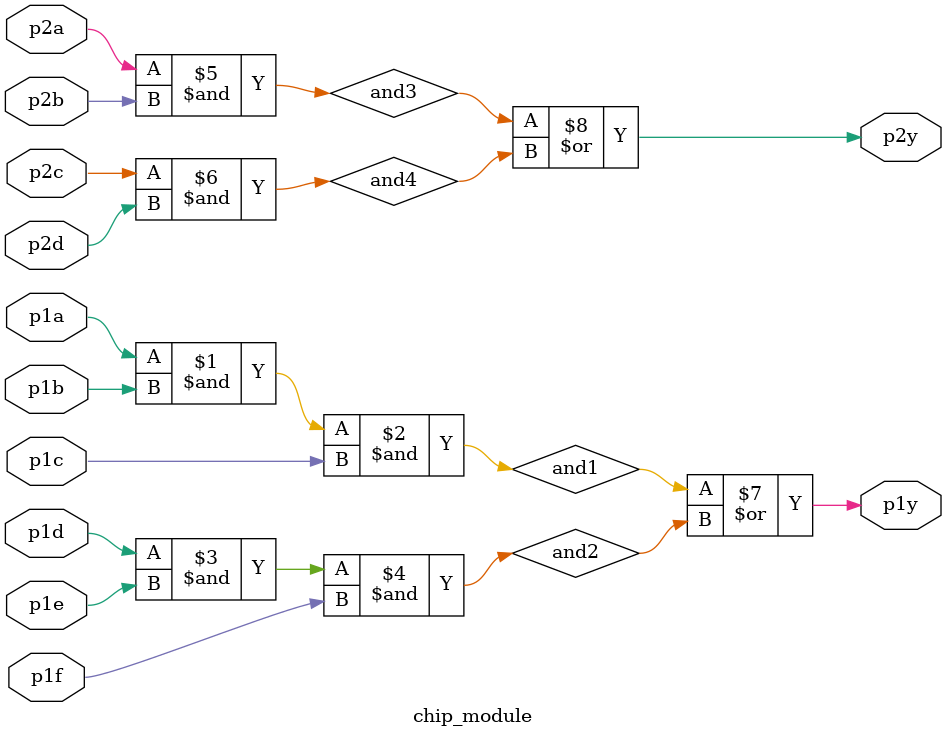
<source format=v>
module chip_module ( 
   input p1a, p1b, p1c, p1d, p1e, p1f,
   output p1y,
   input p2a, p2b, p2c, p2d,
   output p2y );

	wire and1, and2, and3, and4;
	 
	assign and1 = p1a & p1b & p1c;
	assign and2 = p1d & p1e & p1f;
	assign and3 = p2a & p2b;
	assign and4 = p2c & p2d;
	
	assign p1y = and1 | and2;
	assign p2y = and3 | and4;
endmodule 
</source>
